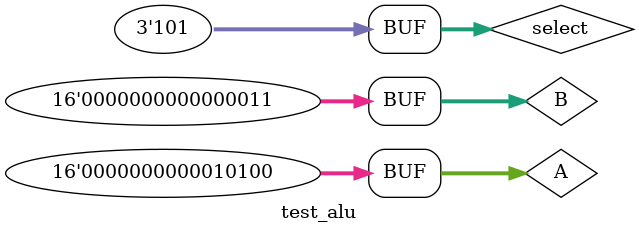
<source format=v>
`timescale 1ns / 1ps

module test_alu;

	// Inputs
	reg [15:0] A;
	reg [15:0] B;
	reg [2:0] select;

	// Outputs
	wire [15:0] result;

	// Instantiate the Unit Under Test (UUT)
	ALU uut (
		.A(A), 
		.B(B), 
		.select(select), 
		.result(result)
	);

	initial begin
		// Initialize Inputs
		A = 0;
		B = 0;
		select = 0;

		// Wait 100 ns for global reset to finish
		#100;
      A = 9;
		B = 23;
		select = 3'b000;
		
		#100;
      A = 20;
		B = 10;
		select = 3'b001;
		
		#100;
      A = 16;
		B = 16;
		select = 3'b010;
		
		#100;
      A = 32;
		B = 14;
		select = 3'b011;
		
		#100;
      A = 8;
		B = 7;
		select = 3'b100;
		
		#100;
      A = 20;
		B = 3;
		select = 3'b101;
		// Add stimulus here

	end
endmodule


</source>
